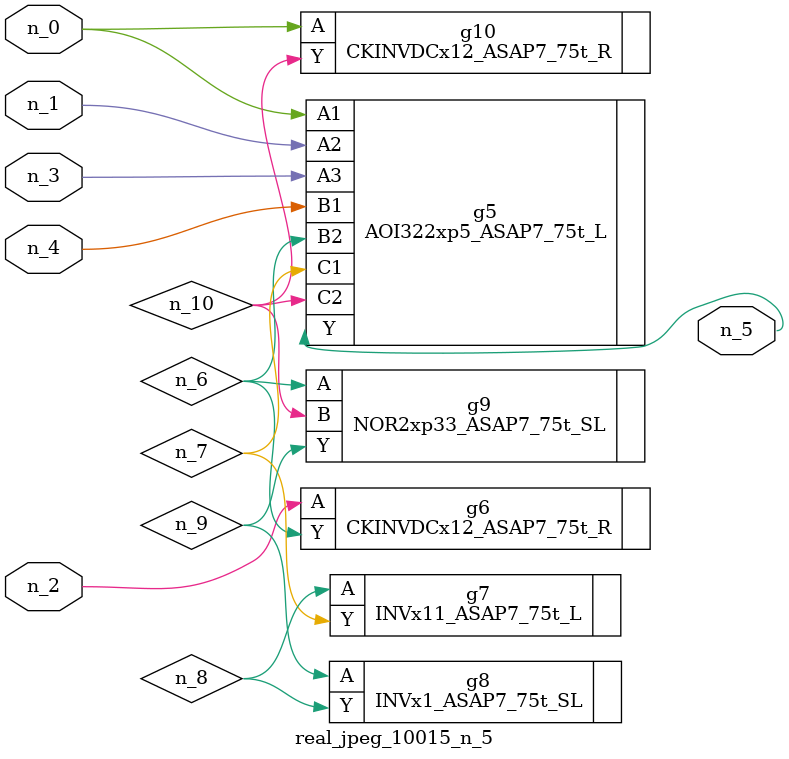
<source format=v>
module real_jpeg_10015_n_5 (n_4, n_0, n_1, n_2, n_3, n_5);

input n_4;
input n_0;
input n_1;
input n_2;
input n_3;

output n_5;

wire n_8;
wire n_6;
wire n_7;
wire n_10;
wire n_9;

AOI322xp5_ASAP7_75t_L g5 ( 
.A1(n_0),
.A2(n_1),
.A3(n_3),
.B1(n_4),
.B2(n_6),
.C1(n_7),
.C2(n_10),
.Y(n_5)
);

CKINVDCx12_ASAP7_75t_R g10 ( 
.A(n_0),
.Y(n_10)
);

CKINVDCx12_ASAP7_75t_R g6 ( 
.A(n_2),
.Y(n_6)
);

NOR2xp33_ASAP7_75t_SL g9 ( 
.A(n_6),
.B(n_10),
.Y(n_9)
);

INVx11_ASAP7_75t_L g7 ( 
.A(n_8),
.Y(n_7)
);

INVx1_ASAP7_75t_SL g8 ( 
.A(n_9),
.Y(n_8)
);


endmodule
</source>
